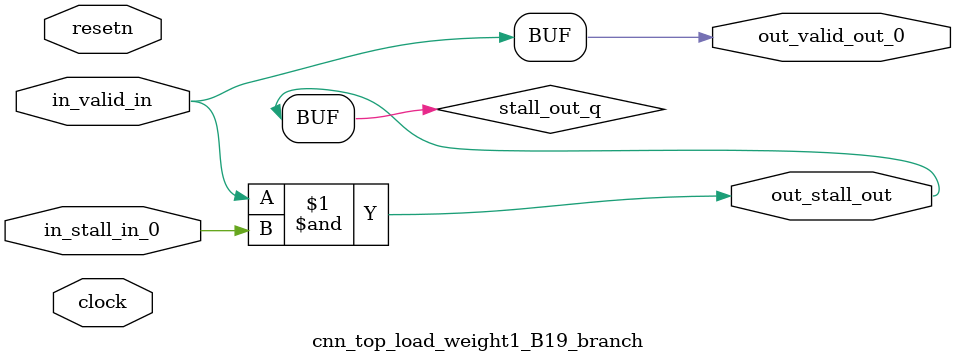
<source format=sv>



(* altera_attribute = "-name AUTO_SHIFT_REGISTER_RECOGNITION OFF; -name MESSAGE_DISABLE 10036; -name MESSAGE_DISABLE 10037; -name MESSAGE_DISABLE 14130; -name MESSAGE_DISABLE 14320; -name MESSAGE_DISABLE 15400; -name MESSAGE_DISABLE 14130; -name MESSAGE_DISABLE 10036; -name MESSAGE_DISABLE 12020; -name MESSAGE_DISABLE 12030; -name MESSAGE_DISABLE 12010; -name MESSAGE_DISABLE 12110; -name MESSAGE_DISABLE 14320; -name MESSAGE_DISABLE 13410; -name MESSAGE_DISABLE 113007; -name MESSAGE_DISABLE 10958" *)
module cnn_top_load_weight1_B19_branch (
    input wire [0:0] in_stall_in_0,
    input wire [0:0] in_valid_in,
    output wire [0:0] out_stall_out,
    output wire [0:0] out_valid_out_0,
    input wire clock,
    input wire resetn
    );

    wire [0:0] stall_out_q;


    // stall_out(LOGICAL,6)
    assign stall_out_q = in_valid_in & in_stall_in_0;

    // out_stall_out(GPOUT,4)
    assign out_stall_out = stall_out_q;

    // out_valid_out_0(GPOUT,5)
    assign out_valid_out_0 = in_valid_in;

endmodule

</source>
